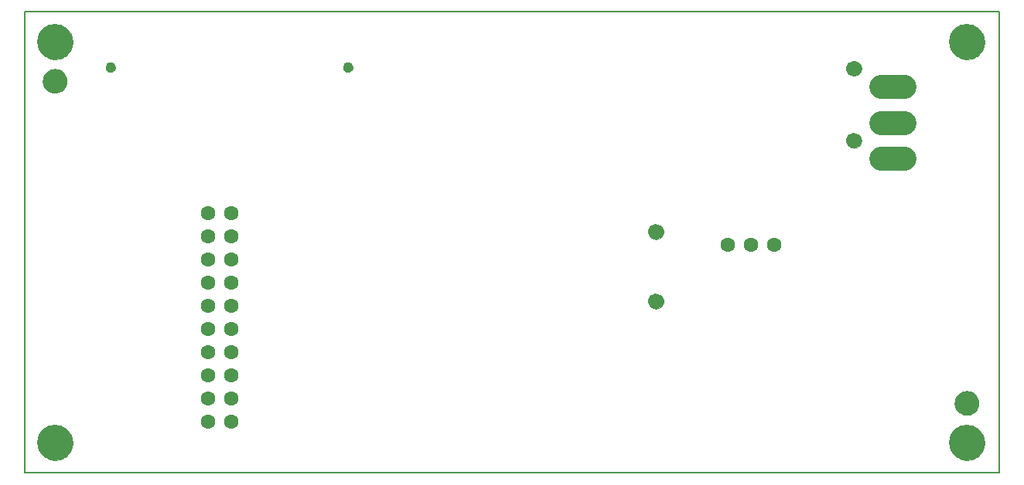
<source format=gbs>
G75*
%MOIN*%
%OFA0B0*%
%FSLAX24Y24*%
%IPPOS*%
%LPD*%
%AMOC8*
5,1,8,0,0,1.08239X$1,22.5*
%
%ADD10C,0.0000*%
%ADD11C,0.1536*%
%ADD12C,0.0050*%
%ADD13C,0.0670*%
%ADD14C,0.0434*%
%ADD15C,0.0631*%
%ADD16C,0.0540*%
%ADD17C,0.1045*%
D10*
X000702Y003000D02*
X000704Y003055D01*
X000710Y003109D01*
X000720Y003163D01*
X000734Y003215D01*
X000751Y003267D01*
X000773Y003317D01*
X000798Y003366D01*
X000826Y003413D01*
X000858Y003457D01*
X000893Y003499D01*
X000931Y003538D01*
X000972Y003575D01*
X001015Y003608D01*
X001060Y003638D01*
X001108Y003665D01*
X001157Y003688D01*
X001208Y003708D01*
X001261Y003724D01*
X001314Y003736D01*
X001368Y003744D01*
X001423Y003748D01*
X001477Y003748D01*
X001532Y003744D01*
X001586Y003736D01*
X001639Y003724D01*
X001692Y003708D01*
X001743Y003688D01*
X001792Y003665D01*
X001840Y003638D01*
X001885Y003608D01*
X001928Y003575D01*
X001969Y003538D01*
X002007Y003499D01*
X002042Y003457D01*
X002074Y003413D01*
X002102Y003366D01*
X002127Y003317D01*
X002149Y003267D01*
X002166Y003215D01*
X002180Y003163D01*
X002190Y003109D01*
X002196Y003055D01*
X002198Y003000D01*
X002196Y002945D01*
X002190Y002891D01*
X002180Y002837D01*
X002166Y002785D01*
X002149Y002733D01*
X002127Y002683D01*
X002102Y002634D01*
X002074Y002587D01*
X002042Y002543D01*
X002007Y002501D01*
X001969Y002462D01*
X001928Y002425D01*
X001885Y002392D01*
X001840Y002362D01*
X001792Y002335D01*
X001743Y002312D01*
X001692Y002292D01*
X001639Y002276D01*
X001586Y002264D01*
X001532Y002256D01*
X001477Y002252D01*
X001423Y002252D01*
X001368Y002256D01*
X001314Y002264D01*
X001261Y002276D01*
X001208Y002292D01*
X001157Y002312D01*
X001108Y002335D01*
X001060Y002362D01*
X001015Y002392D01*
X000972Y002425D01*
X000931Y002462D01*
X000893Y002501D01*
X000858Y002543D01*
X000826Y002587D01*
X000798Y002634D01*
X000773Y002683D01*
X000751Y002733D01*
X000734Y002785D01*
X000720Y002837D01*
X000710Y002891D01*
X000704Y002945D01*
X000702Y003000D01*
X027035Y009100D02*
X027037Y009135D01*
X027043Y009170D01*
X027053Y009204D01*
X027066Y009237D01*
X027083Y009268D01*
X027104Y009296D01*
X027127Y009323D01*
X027154Y009346D01*
X027182Y009367D01*
X027213Y009384D01*
X027246Y009397D01*
X027280Y009407D01*
X027315Y009413D01*
X027350Y009415D01*
X027385Y009413D01*
X027420Y009407D01*
X027454Y009397D01*
X027487Y009384D01*
X027518Y009367D01*
X027546Y009346D01*
X027573Y009323D01*
X027596Y009296D01*
X027617Y009268D01*
X027634Y009237D01*
X027647Y009204D01*
X027657Y009170D01*
X027663Y009135D01*
X027665Y009100D01*
X027663Y009065D01*
X027657Y009030D01*
X027647Y008996D01*
X027634Y008963D01*
X027617Y008932D01*
X027596Y008904D01*
X027573Y008877D01*
X027546Y008854D01*
X027518Y008833D01*
X027487Y008816D01*
X027454Y008803D01*
X027420Y008793D01*
X027385Y008787D01*
X027350Y008785D01*
X027315Y008787D01*
X027280Y008793D01*
X027246Y008803D01*
X027213Y008816D01*
X027182Y008833D01*
X027154Y008854D01*
X027127Y008877D01*
X027104Y008904D01*
X027083Y008932D01*
X027066Y008963D01*
X027053Y008996D01*
X027043Y009030D01*
X027037Y009065D01*
X027035Y009100D01*
X027035Y012100D02*
X027037Y012135D01*
X027043Y012170D01*
X027053Y012204D01*
X027066Y012237D01*
X027083Y012268D01*
X027104Y012296D01*
X027127Y012323D01*
X027154Y012346D01*
X027182Y012367D01*
X027213Y012384D01*
X027246Y012397D01*
X027280Y012407D01*
X027315Y012413D01*
X027350Y012415D01*
X027385Y012413D01*
X027420Y012407D01*
X027454Y012397D01*
X027487Y012384D01*
X027518Y012367D01*
X027546Y012346D01*
X027573Y012323D01*
X027596Y012296D01*
X027617Y012268D01*
X027634Y012237D01*
X027647Y012204D01*
X027657Y012170D01*
X027663Y012135D01*
X027665Y012100D01*
X027663Y012065D01*
X027657Y012030D01*
X027647Y011996D01*
X027634Y011963D01*
X027617Y011932D01*
X027596Y011904D01*
X027573Y011877D01*
X027546Y011854D01*
X027518Y011833D01*
X027487Y011816D01*
X027454Y011803D01*
X027420Y011793D01*
X027385Y011787D01*
X027350Y011785D01*
X027315Y011787D01*
X027280Y011793D01*
X027246Y011803D01*
X027213Y011816D01*
X027182Y011833D01*
X027154Y011854D01*
X027127Y011877D01*
X027104Y011904D01*
X027083Y011932D01*
X027066Y011963D01*
X027053Y011996D01*
X027043Y012030D01*
X027037Y012065D01*
X027035Y012100D01*
X035566Y016041D02*
X035568Y016076D01*
X035574Y016111D01*
X035584Y016145D01*
X035597Y016178D01*
X035614Y016209D01*
X035635Y016237D01*
X035658Y016264D01*
X035685Y016287D01*
X035713Y016308D01*
X035744Y016325D01*
X035777Y016338D01*
X035811Y016348D01*
X035846Y016354D01*
X035881Y016356D01*
X035916Y016354D01*
X035951Y016348D01*
X035985Y016338D01*
X036018Y016325D01*
X036049Y016308D01*
X036077Y016287D01*
X036104Y016264D01*
X036127Y016237D01*
X036148Y016209D01*
X036165Y016178D01*
X036178Y016145D01*
X036188Y016111D01*
X036194Y016076D01*
X036196Y016041D01*
X036194Y016006D01*
X036188Y015971D01*
X036178Y015937D01*
X036165Y015904D01*
X036148Y015873D01*
X036127Y015845D01*
X036104Y015818D01*
X036077Y015795D01*
X036049Y015774D01*
X036018Y015757D01*
X035985Y015744D01*
X035951Y015734D01*
X035916Y015728D01*
X035881Y015726D01*
X035846Y015728D01*
X035811Y015734D01*
X035777Y015744D01*
X035744Y015757D01*
X035713Y015774D01*
X035685Y015795D01*
X035658Y015818D01*
X035635Y015845D01*
X035614Y015873D01*
X035597Y015904D01*
X035584Y015937D01*
X035574Y015971D01*
X035568Y016006D01*
X035566Y016041D01*
X035566Y019159D02*
X035568Y019194D01*
X035574Y019229D01*
X035584Y019263D01*
X035597Y019296D01*
X035614Y019327D01*
X035635Y019355D01*
X035658Y019382D01*
X035685Y019405D01*
X035713Y019426D01*
X035744Y019443D01*
X035777Y019456D01*
X035811Y019466D01*
X035846Y019472D01*
X035881Y019474D01*
X035916Y019472D01*
X035951Y019466D01*
X035985Y019456D01*
X036018Y019443D01*
X036049Y019426D01*
X036077Y019405D01*
X036104Y019382D01*
X036127Y019355D01*
X036148Y019327D01*
X036165Y019296D01*
X036178Y019263D01*
X036188Y019229D01*
X036194Y019194D01*
X036196Y019159D01*
X036194Y019124D01*
X036188Y019089D01*
X036178Y019055D01*
X036165Y019022D01*
X036148Y018991D01*
X036127Y018963D01*
X036104Y018936D01*
X036077Y018913D01*
X036049Y018892D01*
X036018Y018875D01*
X035985Y018862D01*
X035951Y018852D01*
X035916Y018846D01*
X035881Y018844D01*
X035846Y018846D01*
X035811Y018852D01*
X035777Y018862D01*
X035744Y018875D01*
X035713Y018892D01*
X035685Y018913D01*
X035658Y018936D01*
X035635Y018963D01*
X035614Y018991D01*
X035597Y019022D01*
X035584Y019055D01*
X035574Y019089D01*
X035568Y019124D01*
X035566Y019159D01*
X040002Y020300D02*
X040004Y020355D01*
X040010Y020409D01*
X040020Y020463D01*
X040034Y020515D01*
X040051Y020567D01*
X040073Y020617D01*
X040098Y020666D01*
X040126Y020713D01*
X040158Y020757D01*
X040193Y020799D01*
X040231Y020838D01*
X040272Y020875D01*
X040315Y020908D01*
X040360Y020938D01*
X040408Y020965D01*
X040457Y020988D01*
X040508Y021008D01*
X040561Y021024D01*
X040614Y021036D01*
X040668Y021044D01*
X040723Y021048D01*
X040777Y021048D01*
X040832Y021044D01*
X040886Y021036D01*
X040939Y021024D01*
X040992Y021008D01*
X041043Y020988D01*
X041092Y020965D01*
X041140Y020938D01*
X041185Y020908D01*
X041228Y020875D01*
X041269Y020838D01*
X041307Y020799D01*
X041342Y020757D01*
X041374Y020713D01*
X041402Y020666D01*
X041427Y020617D01*
X041449Y020567D01*
X041466Y020515D01*
X041480Y020463D01*
X041490Y020409D01*
X041496Y020355D01*
X041498Y020300D01*
X041496Y020245D01*
X041490Y020191D01*
X041480Y020137D01*
X041466Y020085D01*
X041449Y020033D01*
X041427Y019983D01*
X041402Y019934D01*
X041374Y019887D01*
X041342Y019843D01*
X041307Y019801D01*
X041269Y019762D01*
X041228Y019725D01*
X041185Y019692D01*
X041140Y019662D01*
X041092Y019635D01*
X041043Y019612D01*
X040992Y019592D01*
X040939Y019576D01*
X040886Y019564D01*
X040832Y019556D01*
X040777Y019552D01*
X040723Y019552D01*
X040668Y019556D01*
X040614Y019564D01*
X040561Y019576D01*
X040508Y019592D01*
X040457Y019612D01*
X040408Y019635D01*
X040360Y019662D01*
X040315Y019692D01*
X040272Y019725D01*
X040231Y019762D01*
X040193Y019801D01*
X040158Y019843D01*
X040126Y019887D01*
X040098Y019934D01*
X040073Y019983D01*
X040051Y020033D01*
X040034Y020085D01*
X040020Y020137D01*
X040010Y020191D01*
X040004Y020245D01*
X040002Y020300D01*
X013871Y019200D02*
X013873Y019227D01*
X013879Y019254D01*
X013888Y019280D01*
X013901Y019304D01*
X013917Y019327D01*
X013936Y019346D01*
X013958Y019363D01*
X013982Y019377D01*
X014007Y019387D01*
X014034Y019394D01*
X014061Y019397D01*
X014089Y019396D01*
X014116Y019391D01*
X014142Y019383D01*
X014166Y019371D01*
X014189Y019355D01*
X014210Y019337D01*
X014227Y019316D01*
X014242Y019292D01*
X014253Y019267D01*
X014261Y019241D01*
X014265Y019214D01*
X014265Y019186D01*
X014261Y019159D01*
X014253Y019133D01*
X014242Y019108D01*
X014227Y019084D01*
X014210Y019063D01*
X014189Y019045D01*
X014167Y019029D01*
X014142Y019017D01*
X014116Y019009D01*
X014089Y019004D01*
X014061Y019003D01*
X014034Y019006D01*
X014007Y019013D01*
X013982Y019023D01*
X013958Y019037D01*
X013936Y019054D01*
X013917Y019073D01*
X013901Y019096D01*
X013888Y019120D01*
X013879Y019146D01*
X013873Y019173D01*
X013871Y019200D01*
X003635Y019200D02*
X003637Y019227D01*
X003643Y019254D01*
X003652Y019280D01*
X003665Y019304D01*
X003681Y019327D01*
X003700Y019346D01*
X003722Y019363D01*
X003746Y019377D01*
X003771Y019387D01*
X003798Y019394D01*
X003825Y019397D01*
X003853Y019396D01*
X003880Y019391D01*
X003906Y019383D01*
X003930Y019371D01*
X003953Y019355D01*
X003974Y019337D01*
X003991Y019316D01*
X004006Y019292D01*
X004017Y019267D01*
X004025Y019241D01*
X004029Y019214D01*
X004029Y019186D01*
X004025Y019159D01*
X004017Y019133D01*
X004006Y019108D01*
X003991Y019084D01*
X003974Y019063D01*
X003953Y019045D01*
X003931Y019029D01*
X003906Y019017D01*
X003880Y019009D01*
X003853Y019004D01*
X003825Y019003D01*
X003798Y019006D01*
X003771Y019013D01*
X003746Y019023D01*
X003722Y019037D01*
X003700Y019054D01*
X003681Y019073D01*
X003665Y019096D01*
X003652Y019120D01*
X003643Y019146D01*
X003637Y019173D01*
X003635Y019200D01*
X000702Y020300D02*
X000704Y020355D01*
X000710Y020409D01*
X000720Y020463D01*
X000734Y020515D01*
X000751Y020567D01*
X000773Y020617D01*
X000798Y020666D01*
X000826Y020713D01*
X000858Y020757D01*
X000893Y020799D01*
X000931Y020838D01*
X000972Y020875D01*
X001015Y020908D01*
X001060Y020938D01*
X001108Y020965D01*
X001157Y020988D01*
X001208Y021008D01*
X001261Y021024D01*
X001314Y021036D01*
X001368Y021044D01*
X001423Y021048D01*
X001477Y021048D01*
X001532Y021044D01*
X001586Y021036D01*
X001639Y021024D01*
X001692Y021008D01*
X001743Y020988D01*
X001792Y020965D01*
X001840Y020938D01*
X001885Y020908D01*
X001928Y020875D01*
X001969Y020838D01*
X002007Y020799D01*
X002042Y020757D01*
X002074Y020713D01*
X002102Y020666D01*
X002127Y020617D01*
X002149Y020567D01*
X002166Y020515D01*
X002180Y020463D01*
X002190Y020409D01*
X002196Y020355D01*
X002198Y020300D01*
X002196Y020245D01*
X002190Y020191D01*
X002180Y020137D01*
X002166Y020085D01*
X002149Y020033D01*
X002127Y019983D01*
X002102Y019934D01*
X002074Y019887D01*
X002042Y019843D01*
X002007Y019801D01*
X001969Y019762D01*
X001928Y019725D01*
X001885Y019692D01*
X001840Y019662D01*
X001792Y019635D01*
X001743Y019612D01*
X001692Y019592D01*
X001639Y019576D01*
X001586Y019564D01*
X001532Y019556D01*
X001477Y019552D01*
X001423Y019552D01*
X001368Y019556D01*
X001314Y019564D01*
X001261Y019576D01*
X001208Y019592D01*
X001157Y019612D01*
X001108Y019635D01*
X001060Y019662D01*
X001015Y019692D01*
X000972Y019725D01*
X000931Y019762D01*
X000893Y019801D01*
X000858Y019843D01*
X000826Y019887D01*
X000798Y019934D01*
X000773Y019983D01*
X000751Y020033D01*
X000734Y020085D01*
X000720Y020137D01*
X000710Y020191D01*
X000704Y020245D01*
X000702Y020300D01*
X040002Y003000D02*
X040004Y003055D01*
X040010Y003109D01*
X040020Y003163D01*
X040034Y003215D01*
X040051Y003267D01*
X040073Y003317D01*
X040098Y003366D01*
X040126Y003413D01*
X040158Y003457D01*
X040193Y003499D01*
X040231Y003538D01*
X040272Y003575D01*
X040315Y003608D01*
X040360Y003638D01*
X040408Y003665D01*
X040457Y003688D01*
X040508Y003708D01*
X040561Y003724D01*
X040614Y003736D01*
X040668Y003744D01*
X040723Y003748D01*
X040777Y003748D01*
X040832Y003744D01*
X040886Y003736D01*
X040939Y003724D01*
X040992Y003708D01*
X041043Y003688D01*
X041092Y003665D01*
X041140Y003638D01*
X041185Y003608D01*
X041228Y003575D01*
X041269Y003538D01*
X041307Y003499D01*
X041342Y003457D01*
X041374Y003413D01*
X041402Y003366D01*
X041427Y003317D01*
X041449Y003267D01*
X041466Y003215D01*
X041480Y003163D01*
X041490Y003109D01*
X041496Y003055D01*
X041498Y003000D01*
X041496Y002945D01*
X041490Y002891D01*
X041480Y002837D01*
X041466Y002785D01*
X041449Y002733D01*
X041427Y002683D01*
X041402Y002634D01*
X041374Y002587D01*
X041342Y002543D01*
X041307Y002501D01*
X041269Y002462D01*
X041228Y002425D01*
X041185Y002392D01*
X041140Y002362D01*
X041092Y002335D01*
X041043Y002312D01*
X040992Y002292D01*
X040939Y002276D01*
X040886Y002264D01*
X040832Y002256D01*
X040777Y002252D01*
X040723Y002252D01*
X040668Y002256D01*
X040614Y002264D01*
X040561Y002276D01*
X040508Y002292D01*
X040457Y002312D01*
X040408Y002335D01*
X040360Y002362D01*
X040315Y002392D01*
X040272Y002425D01*
X040231Y002462D01*
X040193Y002501D01*
X040158Y002543D01*
X040126Y002587D01*
X040098Y002634D01*
X040073Y002683D01*
X040051Y002733D01*
X040034Y002785D01*
X040020Y002837D01*
X040010Y002891D01*
X040004Y002945D01*
X040002Y003000D01*
D11*
X040750Y003000D03*
X040750Y020300D03*
X001450Y020300D03*
X001450Y003000D03*
D12*
X000150Y001700D02*
X042150Y001700D01*
X042150Y021600D01*
X000150Y021600D01*
X000150Y001700D01*
X001450Y018100D02*
X001363Y018108D01*
X001279Y018130D01*
X001200Y018167D01*
X001129Y018217D01*
X001067Y018279D01*
X001017Y018350D01*
X000980Y018429D01*
X000958Y018513D01*
X000950Y018600D01*
X000958Y018687D01*
X000980Y018771D01*
X001017Y018850D01*
X001067Y018921D01*
X001129Y018983D01*
X001200Y019033D01*
X001279Y019070D01*
X001363Y019092D01*
X001450Y019100D01*
X001537Y019092D01*
X001621Y019070D01*
X001700Y019033D01*
X001771Y018983D01*
X001833Y018921D01*
X001883Y018850D01*
X001920Y018771D01*
X001942Y018687D01*
X001950Y018600D01*
X001942Y018513D01*
X001920Y018429D01*
X001883Y018350D01*
X001833Y018279D01*
X001771Y018217D01*
X001700Y018167D01*
X001621Y018130D01*
X001537Y018108D01*
X001450Y018100D01*
X001254Y018142D02*
X001646Y018142D01*
X001733Y018190D02*
X001167Y018190D01*
X001107Y018239D02*
X001793Y018239D01*
X001839Y018287D02*
X001061Y018287D01*
X001027Y018336D02*
X001873Y018336D01*
X001899Y018384D02*
X001001Y018384D01*
X000979Y018433D02*
X001921Y018433D01*
X001934Y018481D02*
X000966Y018481D01*
X000956Y018530D02*
X001944Y018530D01*
X001948Y018578D02*
X000952Y018578D01*
X000952Y018627D02*
X001948Y018627D01*
X001943Y018675D02*
X000957Y018675D01*
X000967Y018724D02*
X001933Y018724D01*
X001919Y018772D02*
X000981Y018772D01*
X001003Y018821D02*
X001897Y018821D01*
X001870Y018869D02*
X001030Y018869D01*
X001064Y018918D02*
X001836Y018918D01*
X001788Y018966D02*
X001112Y018966D01*
X001174Y019015D02*
X001726Y019015D01*
X001636Y019063D02*
X001264Y019063D01*
X040280Y004871D02*
X040317Y004950D01*
X040367Y005021D01*
X040429Y005083D01*
X040500Y005133D01*
X040579Y005170D01*
X040663Y005192D01*
X040750Y005200D01*
X040837Y005192D01*
X040921Y005170D01*
X041000Y005133D01*
X041071Y005083D01*
X041133Y005021D01*
X041183Y004950D01*
X041220Y004871D01*
X041242Y004787D01*
X041250Y004700D01*
X041242Y004613D01*
X041220Y004529D01*
X041183Y004450D01*
X041133Y004379D01*
X041071Y004317D01*
X041000Y004267D01*
X040921Y004230D01*
X040837Y004208D01*
X040750Y004200D01*
X040663Y004208D01*
X040579Y004230D01*
X040500Y004267D01*
X040429Y004317D01*
X040367Y004379D01*
X040317Y004450D01*
X040280Y004529D01*
X040258Y004613D01*
X040250Y004700D01*
X040258Y004787D01*
X040280Y004871D01*
X040275Y004853D02*
X041225Y004853D01*
X041238Y004804D02*
X040262Y004804D01*
X040255Y004756D02*
X041245Y004756D01*
X041249Y004707D02*
X040251Y004707D01*
X040254Y004659D02*
X041246Y004659D01*
X041242Y004610D02*
X040258Y004610D01*
X040271Y004562D02*
X041229Y004562D01*
X041212Y004513D02*
X040288Y004513D01*
X040310Y004465D02*
X041190Y004465D01*
X041159Y004416D02*
X040341Y004416D01*
X040378Y004368D02*
X041122Y004368D01*
X041073Y004319D02*
X040427Y004319D01*
X040495Y004271D02*
X041005Y004271D01*
X040891Y004222D02*
X040609Y004222D01*
X040294Y004901D02*
X041206Y004901D01*
X041183Y004950D02*
X040317Y004950D01*
X040351Y004998D02*
X041149Y004998D01*
X041108Y005047D02*
X040392Y005047D01*
X040446Y005095D02*
X041054Y005095D01*
X040977Y005144D02*
X040523Y005144D01*
X040662Y005192D02*
X040838Y005192D01*
D13*
X027350Y009100D03*
X027350Y012100D03*
X035881Y016041D03*
X035881Y019159D03*
D14*
X014068Y019200D03*
X003832Y019200D03*
D15*
X008050Y012900D03*
X009050Y012900D03*
X009050Y011900D03*
X008050Y011900D03*
X008050Y010900D03*
X009050Y010900D03*
X009050Y009900D03*
X008050Y009900D03*
X008050Y008900D03*
X009050Y008900D03*
X009050Y007900D03*
X008050Y007900D03*
X008050Y006900D03*
X009050Y006900D03*
X009050Y005900D03*
X008050Y005900D03*
X008050Y004900D03*
X009050Y004900D03*
X009050Y003900D03*
X008050Y003900D03*
X030450Y011550D03*
X031450Y011550D03*
X032450Y011550D03*
D16*
X040750Y004700D03*
X001450Y018600D03*
D17*
X037048Y018380D02*
X038053Y018380D01*
X038053Y016820D02*
X037048Y016820D01*
X037048Y015261D02*
X038053Y015261D01*
M02*

</source>
